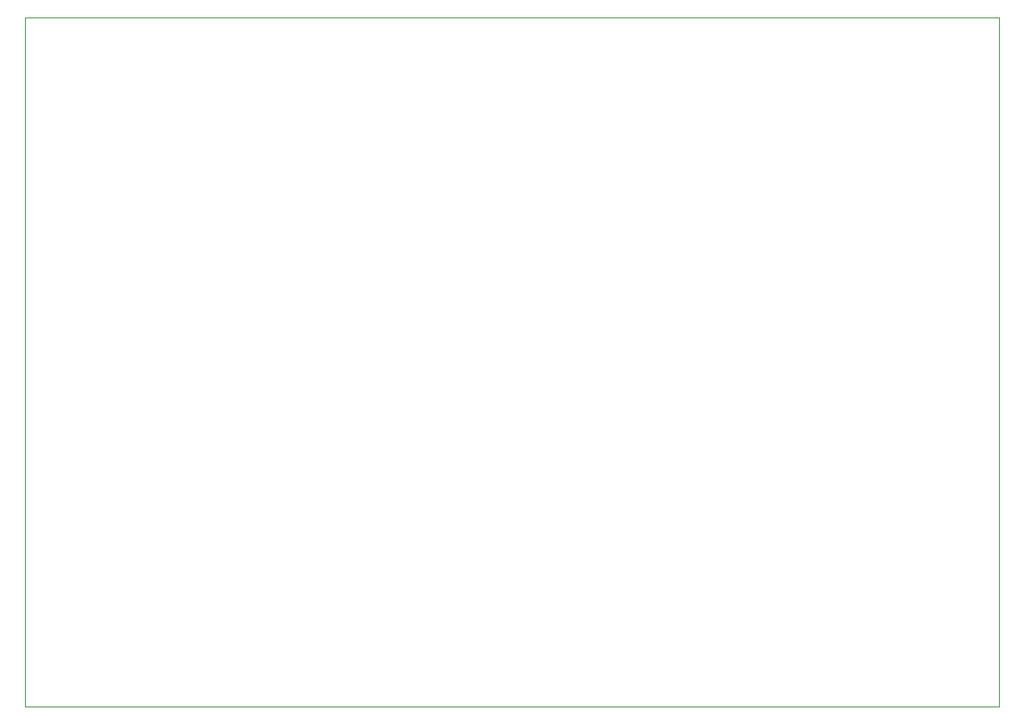
<source format=gbr>
G04 (created by PCBNEW (2013-jul-07)-stable) date Tue 04 Mar 2014 11:13:18 PM PST*
%MOIN*%
G04 Gerber Fmt 3.4, Leading zero omitted, Abs format*
%FSLAX34Y34*%
G01*
G70*
G90*
G04 APERTURE LIST*
%ADD10C,0.00590551*%
%ADD11C,0.00393701*%
G04 APERTURE END LIST*
G54D10*
G54D11*
X105800Y-55000D02*
X66800Y-55000D01*
X105800Y-82600D02*
X105800Y-55000D01*
X66800Y-82600D02*
X105800Y-82600D01*
X66800Y-55000D02*
X66800Y-82600D01*
M02*

</source>
